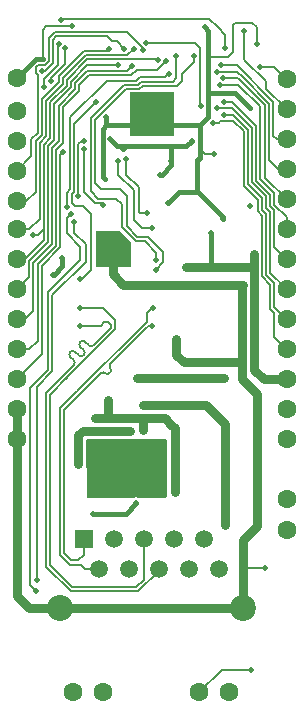
<source format=gbl>
G04 #@! TF.GenerationSoftware,KiCad,Pcbnew,(6.0.9)*
G04 #@! TF.CreationDate,2022-11-21T00:29:48+13:00*
G04 #@! TF.ProjectId,LAN-Module-PoE,4c414e2d-4d6f-4647-956c-652d506f452e,rev?*
G04 #@! TF.SameCoordinates,Original*
G04 #@! TF.FileFunction,Copper,L2,Bot*
G04 #@! TF.FilePolarity,Positive*
%FSLAX46Y46*%
G04 Gerber Fmt 4.6, Leading zero omitted, Abs format (unit mm)*
G04 Created by KiCad (PCBNEW (6.0.9)) date 2022-11-21 00:29:48*
%MOMM*%
%LPD*%
G01*
G04 APERTURE LIST*
G04 #@! TA.AperFunction,ComponentPad*
%ADD10C,1.600000*%
G04 #@! TD*
G04 #@! TA.AperFunction,ComponentPad*
%ADD11R,1.500000X1.500000*%
G04 #@! TD*
G04 #@! TA.AperFunction,ComponentPad*
%ADD12C,1.500000*%
G04 #@! TD*
G04 #@! TA.AperFunction,ComponentPad*
%ADD13C,2.200000*%
G04 #@! TD*
G04 #@! TA.AperFunction,ComponentPad*
%ADD14C,0.500000*%
G04 #@! TD*
G04 #@! TA.AperFunction,SMDPad,CuDef*
%ADD15R,3.700000X3.700000*%
G04 #@! TD*
G04 #@! TA.AperFunction,ViaPad*
%ADD16C,0.500000*%
G04 #@! TD*
G04 #@! TA.AperFunction,Conductor*
%ADD17C,0.800000*%
G04 #@! TD*
G04 #@! TA.AperFunction,Conductor*
%ADD18C,0.400000*%
G04 #@! TD*
G04 #@! TA.AperFunction,Conductor*
%ADD19C,0.200000*%
G04 #@! TD*
G04 #@! TA.AperFunction,Conductor*
%ADD20C,0.250000*%
G04 #@! TD*
G04 APERTURE END LIST*
D10*
G04 #@! TO.P,J20,1,1*
G04 #@! TO.N,/IO32*
X53340000Y-45720000D03*
G04 #@! TD*
G04 #@! TO.P,J10,1,1*
G04 #@! TO.N,/IO4*
X30480000Y-55880000D03*
G04 #@! TD*
G04 #@! TO.P,J23,1,1*
G04 #@! TO.N,/S_VN*
X53340000Y-53340000D03*
G04 #@! TD*
G04 #@! TO.P,J4,1,1*
G04 #@! TO.N,/EN*
X30480000Y-40780000D03*
G04 #@! TD*
G04 #@! TO.P,J7,1,1*
G04 #@! TO.N,/IO16*
X30480000Y-48400000D03*
G04 #@! TD*
G04 #@! TO.P,J25,1,1*
G04 #@! TO.N,/IO37*
X53340000Y-58420000D03*
G04 #@! TD*
G04 #@! TO.P,J27,1,1*
G04 #@! TO.N,GND*
X53340000Y-66040000D03*
G04 #@! TD*
G04 #@! TO.P,J8,1,1*
G04 #@! TO.N,/IO15*
X30480000Y-50800000D03*
G04 #@! TD*
G04 #@! TO.P,J17,1,1*
G04 #@! TO.N,/U0TXD*
X53340000Y-38100000D03*
G04 #@! TD*
G04 #@! TO.P,J26,1,1*
G04 #@! TO.N,/S_VP*
X53340000Y-60960000D03*
G04 #@! TD*
G04 #@! TO.P,J14,1,1*
G04 #@! TO.N,GND*
X30480000Y-66040000D03*
G04 #@! TD*
G04 #@! TO.P,J19,1,1*
G04 #@! TO.N,/IO33*
X53340000Y-43180000D03*
G04 #@! TD*
G04 #@! TO.P,J12,1,1*
G04 #@! TO.N,/IO14*
X30480000Y-60960000D03*
G04 #@! TD*
G04 #@! TO.P,J22,1,1*
G04 #@! TO.N,/IO34*
X53340000Y-50800000D03*
G04 #@! TD*
G04 #@! TO.P,J29,1,1*
G04 #@! TO.N,/VIN_NEG*
X53340000Y-76260000D03*
G04 #@! TD*
G04 #@! TO.P,J3,1,1*
G04 #@! TO.N,GND*
X30480000Y-38010000D03*
G04 #@! TD*
G04 #@! TO.P,J16,1,1*
G04 #@! TO.N,GND*
X30480000Y-68580000D03*
G04 #@! TD*
G04 #@! TO.P,J24,1,1*
G04 #@! TO.N,/IO38*
X53340000Y-55880000D03*
G04 #@! TD*
G04 #@! TO.P,J13,1,1*
G04 #@! TO.N,/IO5*
X30480000Y-63500000D03*
G04 #@! TD*
G04 #@! TO.P,J5,1,1*
G04 #@! TO.N,/BOOT*
X30480000Y-43320000D03*
G04 #@! TD*
D11*
G04 #@! TO.P,J1,1,RD+*
G04 #@! TO.N,/MDI1_P*
X36150000Y-77031233D03*
D12*
G04 #@! TO.P,J1,2,RD-*
G04 #@! TO.N,/MDI1_N*
X37420000Y-79571233D03*
G04 #@! TO.P,J1,3,RCT*
G04 #@! TO.N,/MDI0_CT*
X38690000Y-77031233D03*
G04 #@! TO.P,J1,4,TCT*
X39960000Y-79571233D03*
G04 #@! TO.P,J1,5,TD+*
G04 #@! TO.N,/MDI0_P*
X41230000Y-77031233D03*
G04 #@! TO.P,J1,6,TD-*
G04 #@! TO.N,/MDI0_N*
X42500000Y-79571233D03*
G04 #@! TO.P,J1,7*
G04 #@! TO.N,N/C*
X43770000Y-77031233D03*
G04 #@! TO.P,J1,8*
X45040000Y-79571233D03*
G04 #@! TO.P,J1,9,V+*
G04 #@! TO.N,/12V*
X46310000Y-77031233D03*
G04 #@! TO.P,J1,10,V-*
G04 #@! TO.N,/POE_NEG*
X47580000Y-79571233D03*
D10*
G04 #@! TO.P,J1,11,LEDG_A*
G04 #@! TO.N,/ETH_LED0*
X35235000Y-90001233D03*
G04 #@! TO.P,J1,12,LEDG_K*
G04 #@! TO.N,GND*
X37775000Y-90001233D03*
G04 #@! TO.P,J1,13,LEDY_A*
G04 #@! TO.N,/ETH_LED1*
X45955000Y-90001233D03*
G04 #@! TO.P,J1,14,LEDY_K*
G04 #@! TO.N,GND*
X48495000Y-90001233D03*
D13*
G04 #@! TO.P,J1,SH,SHIELD*
X34120000Y-82871233D03*
X49610000Y-82871233D03*
G04 #@! TD*
D10*
G04 #@! TO.P,J28,1,1*
G04 #@! TO.N,/12V*
X53340000Y-68580000D03*
G04 #@! TD*
G04 #@! TO.P,J21,1,1*
G04 #@! TO.N,/IO35*
X53340000Y-48260000D03*
G04 #@! TD*
G04 #@! TO.P,J15,1,1*
G04 #@! TO.N,+3V3*
X53340000Y-63500000D03*
G04 #@! TD*
G04 #@! TO.P,J6,1,1*
G04 #@! TO.N,/IO13*
X30480000Y-45860000D03*
G04 #@! TD*
D14*
G04 #@! TO.P,U1,49,GND*
G04 #@! TO.N,GND*
X41441667Y-40475000D03*
X43575000Y-41541666D03*
X42508333Y-40475000D03*
X40375000Y-41541666D03*
X40375000Y-40475000D03*
X42508333Y-41541666D03*
X41441667Y-39408333D03*
X42508333Y-42608333D03*
X41441667Y-42608333D03*
X43575000Y-39408333D03*
X42508333Y-39408333D03*
X40375000Y-42608333D03*
X41441667Y-41541666D03*
X43575000Y-42608333D03*
D15*
X41975000Y-41008333D03*
D14*
X40375000Y-39408333D03*
X43575000Y-40475000D03*
G04 #@! TD*
D10*
G04 #@! TO.P,J2,1,1*
G04 #@! TO.N,/12V*
X53340000Y-73660000D03*
G04 #@! TD*
G04 #@! TO.P,J18,1,1*
G04 #@! TO.N,/U0RXD*
X53340000Y-40640000D03*
G04 #@! TD*
G04 #@! TO.P,J9,1,1*
G04 #@! TO.N,/IO12*
X30480000Y-53340000D03*
G04 #@! TD*
G04 #@! TO.P,J11,1,1*
G04 #@! TO.N,/IO2*
X30480000Y-58420000D03*
G04 #@! TD*
D16*
G04 #@! TO.N,GND*
X49600000Y-58700000D03*
X49600000Y-60500000D03*
G04 #@! TO.N,/VSS*
X43900000Y-72200000D03*
G04 #@! TO.N,/12V*
X40600000Y-74000000D03*
G04 #@! TO.N,GND*
X45686214Y-55497098D03*
X46903200Y-55674500D03*
X44000000Y-60100000D03*
G04 #@! TO.N,+3V3*
X50600000Y-55500000D03*
X50590000Y-52900000D03*
X46900000Y-51100000D03*
G04 #@! TO.N,GND*
X39700000Y-52400000D03*
X38600000Y-51300000D03*
X37500000Y-51300000D03*
X37500000Y-52400000D03*
X38600000Y-52400000D03*
X39700000Y-53600000D03*
X38600000Y-53600000D03*
G04 #@! TO.N,/ETH_CRS_DV*
X34700000Y-48900000D03*
G04 #@! TO.N,/LAN_3P3V*
X34345000Y-53200000D03*
G04 #@! TO.N,/VIN_NEG*
X41200000Y-65700000D03*
G04 #@! TO.N,/12V*
X48000000Y-63400000D03*
X40700000Y-63400000D03*
X36944002Y-74875000D03*
G04 #@! TO.N,/VSS*
X37600000Y-66800000D03*
G04 #@! TO.N,/VIN_NEG*
X40050000Y-67831233D03*
G04 #@! TO.N,/VSS*
X41200000Y-67800000D03*
X38200000Y-65200000D03*
G04 #@! TO.N,GND*
X49600000Y-57600000D03*
X35200000Y-33597987D03*
X50700000Y-64600000D03*
X51500000Y-79500000D03*
X38075000Y-41275000D03*
X50800000Y-70100000D03*
X50800000Y-35100000D03*
X45775000Y-47575000D03*
X32675000Y-36375000D03*
X47925000Y-49925000D03*
X46400000Y-33700000D03*
X50200000Y-48800000D03*
X47149500Y-44400000D03*
X43325000Y-48525000D03*
X37925000Y-46500000D03*
X30480000Y-77980000D03*
X37470000Y-53600000D03*
X50200000Y-40500000D03*
G04 #@! TO.N,/EN*
X41427337Y-35000000D03*
X46075000Y-40333833D03*
G04 #@! TO.N,/ETH_MDC*
X36200000Y-43998043D03*
X37800000Y-48700000D03*
G04 #@! TO.N,/S_VP*
X47075000Y-41775000D03*
G04 #@! TO.N,/S_VN*
X48075000Y-39975000D03*
G04 #@! TO.N,/IO34*
X47683579Y-38536672D03*
G04 #@! TO.N,/ETH_TXD1*
X39775000Y-44875000D03*
X41500000Y-49400000D03*
G04 #@! TO.N,/IO35*
X47975450Y-37956444D03*
G04 #@! TO.N,/IO32*
X47465834Y-37456944D03*
G04 #@! TO.N,/ETH_CRS_DV*
X43349500Y-37600000D03*
G04 #@! TO.N,+3V3*
X42600000Y-46169609D03*
X43575000Y-44975000D03*
X39475000Y-43975000D03*
X38375000Y-43175000D03*
X45283333Y-43283333D03*
X44795000Y-53975000D03*
G04 #@! TO.N,/IO33*
X47800000Y-36900000D03*
G04 #@! TO.N,/U0RXD*
X49700000Y-34000000D03*
G04 #@! TO.N,Net-(R4-Pad2)*
X34200000Y-33100000D03*
X34024500Y-35100000D03*
X48100000Y-35400000D03*
X32800000Y-38700000D03*
G04 #@! TO.N,/ETH_TXD0*
X39075000Y-44975000D03*
X41970000Y-50700000D03*
G04 #@! TO.N,/ETH_MDIO*
X36171800Y-43271800D03*
X35700000Y-48000000D03*
G04 #@! TO.N,/BOOT*
X39600000Y-35500000D03*
X32649500Y-37390450D03*
G04 #@! TO.N,/IO14*
X43123419Y-36502033D03*
G04 #@! TO.N,/IO12*
X42474500Y-36474500D03*
X31900000Y-51300000D03*
G04 #@! TO.N,/IO13*
X41197209Y-35607367D03*
G04 #@! TO.N,/U0TXD*
X51053200Y-37046800D03*
G04 #@! TO.N,/RTL_LED1*
X35370000Y-50200000D03*
X32200000Y-80500000D03*
G04 #@! TO.N,/RTL_LED0*
X35092708Y-49472249D03*
X32100000Y-81400000D03*
G04 #@! TO.N,/MDI0_P*
X35820000Y-57450000D03*
G04 #@! TO.N,/MDI0_N*
X35851222Y-58950000D03*
G04 #@! TO.N,/ETH_LED1*
X50300000Y-88100000D03*
G04 #@! TO.N,/MDI1_P*
X41970878Y-58950000D03*
G04 #@! TO.N,/MDI1_N*
X42020000Y-57450000D03*
G04 #@! TO.N,/IO15*
X40400000Y-35499500D03*
G04 #@! TO.N,/IO2*
X40276617Y-36953233D03*
G04 #@! TO.N,/IO4*
X39075500Y-36900000D03*
G04 #@! TO.N,/IO16*
X38300000Y-35500000D03*
G04 #@! TO.N,/IO5*
X34425000Y-44225000D03*
G04 #@! TO.N,/IO37*
X48075000Y-41074000D03*
G04 #@! TO.N,/IO38*
X47475000Y-40524500D03*
G04 #@! TO.N,Net-(R22-Pad2)*
X34600446Y-35400233D03*
X33400000Y-38200000D03*
G04 #@! TO.N,/LAN_3P3V*
X33570000Y-54700000D03*
G04 #@! TO.N,/VIN_NEG*
X48100000Y-75800000D03*
X35650000Y-70631233D03*
G04 #@! TO.N,/POE_NEG*
X39370000Y-69800000D03*
X39370000Y-71400000D03*
X38500000Y-70606233D03*
X38520000Y-71400000D03*
X37570000Y-70600000D03*
X37570000Y-69800000D03*
X37570000Y-71400000D03*
X39370000Y-70600000D03*
X38470000Y-69800000D03*
G04 #@! TO.N,/RXD0*
X45500000Y-36100000D03*
X42270000Y-54200000D03*
G04 #@! TO.N,/RXD1*
X42270000Y-53400000D03*
X44000000Y-36100000D03*
G04 #@! TO.N,Net-(R32-Pad2)*
X35833556Y-54963556D03*
X37200000Y-40000000D03*
G04 #@! TD*
D17*
G04 #@! TO.N,GND*
X50700000Y-64600000D02*
X49580000Y-63480000D01*
X49580000Y-63480000D02*
X49580000Y-62031233D01*
X50800000Y-64700000D02*
X50800000Y-70100000D01*
X50700000Y-64600000D02*
X50800000Y-64700000D01*
D18*
G04 #@! TO.N,/12V*
X39725000Y-74875000D02*
X36944002Y-74875000D01*
X40600000Y-74000000D02*
X39725000Y-74875000D01*
D17*
G04 #@! TO.N,/VSS*
X43880000Y-67631233D02*
X43880000Y-73031233D01*
D19*
G04 #@! TO.N,GND*
X46400000Y-44400000D02*
X45975000Y-43975000D01*
X47149500Y-44400000D02*
X46400000Y-44400000D01*
D17*
G04 #@! TO.N,+3V3*
X50375000Y-53975000D02*
X50400000Y-54000000D01*
X46825000Y-53975000D02*
X50375000Y-53975000D01*
G04 #@! TO.N,GND*
X49560000Y-55500000D02*
X49580000Y-55520000D01*
X47700000Y-55500000D02*
X49560000Y-55500000D01*
D18*
X45750000Y-47600000D02*
X45775000Y-47575000D01*
X44250000Y-47600000D02*
X45750000Y-47600000D01*
X43325000Y-48525000D02*
X44250000Y-47600000D01*
X45775000Y-47575000D02*
X45775000Y-44925000D01*
X45975000Y-43975000D02*
X45975000Y-44725000D01*
X45775000Y-44925000D02*
X45975000Y-44725000D01*
X47925000Y-49725000D02*
X45775000Y-47575000D01*
X47925000Y-49925000D02*
X47925000Y-49725000D01*
X47000000Y-55577700D02*
X47000000Y-55500000D01*
X46903200Y-55674500D02*
X47000000Y-55577700D01*
G04 #@! TO.N,+3V3*
X46900000Y-51100000D02*
X46900000Y-53900000D01*
X46900000Y-53900000D02*
X46825000Y-53975000D01*
D17*
X44795000Y-53975000D02*
X46825000Y-53975000D01*
G04 #@! TO.N,GND*
X47000000Y-55500000D02*
X47700000Y-55500000D01*
X39500000Y-55500000D02*
X47000000Y-55500000D01*
X44631233Y-62031233D02*
X44000000Y-61400000D01*
X49580000Y-62031233D02*
X44631233Y-62031233D01*
X44000000Y-61400000D02*
X44000000Y-60100000D01*
D18*
X49600000Y-57600000D02*
X49600000Y-57400000D01*
D17*
X49600000Y-55500000D02*
X49580000Y-55520000D01*
X49580000Y-62031233D02*
X49580000Y-55520000D01*
G04 #@! TO.N,+3V3*
X50590000Y-55019187D02*
X50590000Y-52900000D01*
X50580000Y-55029187D02*
X50590000Y-55019187D01*
X50580000Y-55029187D02*
X50580000Y-60820000D01*
G04 #@! TO.N,GND*
X38600000Y-53600000D02*
X38600000Y-54600000D01*
X38600000Y-54600000D02*
X39500000Y-55500000D01*
D19*
G04 #@! TO.N,/RXD1*
X42270000Y-52767487D02*
X42270000Y-53400000D01*
X41302513Y-51800000D02*
X42270000Y-52767487D01*
X40600000Y-51800000D02*
X41302513Y-51800000D01*
X39400000Y-50600000D02*
X40600000Y-51800000D01*
X39400000Y-48686493D02*
X39400000Y-50600000D01*
X38913507Y-48200000D02*
X39400000Y-48686493D01*
X37400000Y-48200000D02*
X38913507Y-48200000D01*
X36750000Y-47550001D02*
X37400000Y-48200000D01*
X39597275Y-38550644D02*
X36750000Y-41397919D01*
X36750000Y-41397919D02*
X36750000Y-47550001D01*
X40991665Y-38286640D02*
X40727662Y-38550644D01*
X40727662Y-38550644D02*
X39597275Y-38550644D01*
X43713860Y-38286640D02*
X40991665Y-38286640D01*
X44000000Y-38000500D02*
X43713860Y-38286640D01*
X44000000Y-36100000D02*
X44000000Y-38000500D01*
G04 #@! TO.N,/RXD0*
X42900000Y-53570000D02*
X42270000Y-54200000D01*
X42900000Y-52700000D02*
X42900000Y-53570000D01*
X41600000Y-51400000D02*
X42900000Y-52700000D01*
X40700000Y-51400000D02*
X41600000Y-51400000D01*
X39800000Y-50500000D02*
X40700000Y-51400000D01*
X39800000Y-48000000D02*
X39800000Y-50500000D01*
X37100000Y-41542893D02*
X37100000Y-46900000D01*
X37968862Y-40674031D02*
X37100000Y-41542893D01*
X37100000Y-46900000D02*
X37600000Y-47400000D01*
X37600000Y-47400000D02*
X39200000Y-47400000D01*
X39200000Y-47400000D02*
X39800000Y-48000000D01*
X37975969Y-40674031D02*
X37968862Y-40674031D01*
X40872636Y-38900644D02*
X39749356Y-38900644D01*
X41136640Y-38636640D02*
X40872636Y-38900644D01*
X39749356Y-38900644D02*
X37975969Y-40674031D01*
G04 #@! TO.N,/ETH_MDC*
X36200000Y-47629193D02*
X36200000Y-43998043D01*
X37120807Y-48550000D02*
X36200000Y-47629193D01*
X37800000Y-48700000D02*
X37650000Y-48550000D01*
X37650000Y-48550000D02*
X37120807Y-48550000D01*
G04 #@! TO.N,/ETH_TXD1*
X40900000Y-49400000D02*
X41500000Y-49400000D01*
X40800000Y-49300000D02*
X40900000Y-49400000D01*
X40800000Y-47200000D02*
X40800000Y-49300000D01*
G04 #@! TO.N,/ETH_TXD0*
X40400000Y-50000000D02*
X41100000Y-50700000D01*
X41100000Y-50700000D02*
X41970000Y-50700000D01*
X40400000Y-47500000D02*
X40400000Y-50000000D01*
X39075000Y-46175000D02*
X40400000Y-47500000D01*
X39075000Y-44975000D02*
X39075000Y-46175000D01*
G04 #@! TO.N,Net-(R32-Pad2)*
X36800000Y-49500000D02*
X36100000Y-48800000D01*
X36036444Y-54963556D02*
X36800000Y-54200000D01*
X36800000Y-54200000D02*
X36800000Y-49500000D01*
X35833556Y-54963556D02*
X36036444Y-54963556D01*
X36100000Y-48800000D02*
X35400000Y-48800000D01*
G04 #@! TO.N,/RTL_LED1*
X35370000Y-50200000D02*
X35370000Y-51070000D01*
X35370000Y-51070000D02*
X36318198Y-52018198D01*
X36318198Y-52018198D02*
X36318198Y-53518198D01*
X36318198Y-53518198D02*
X33500000Y-56336396D01*
G04 #@! TO.N,/RTL_LED0*
X34700000Y-49864957D02*
X35092708Y-49472249D01*
X35870000Y-52270000D02*
X34700000Y-51100000D01*
X34700000Y-51100000D02*
X34700000Y-49864957D01*
X35870000Y-53366396D02*
X35870000Y-52270000D01*
X33131951Y-56104445D02*
X35870000Y-53366396D01*
X33131951Y-62673075D02*
X33131951Y-56104445D01*
X31600000Y-64205026D02*
X33131951Y-62673075D01*
X32100000Y-81400000D02*
X31600000Y-80900000D01*
X31600000Y-80900000D02*
X31600000Y-64205026D01*
G04 #@! TO.N,/ETH_CRS_DV*
X43049500Y-37900000D02*
X43349500Y-37600000D01*
X40883330Y-37900000D02*
X43049500Y-37900000D01*
X40582686Y-38200644D02*
X40883330Y-37900000D01*
X35000000Y-47400000D02*
X35000000Y-41300000D01*
X38099356Y-38200644D02*
X40582686Y-38200644D01*
X34700000Y-47700000D02*
X35000000Y-47400000D01*
X35000000Y-41300000D02*
X38099356Y-38200644D01*
X34700000Y-48900000D02*
X34700000Y-47700000D01*
G04 #@! TO.N,/IO12*
X31900000Y-51300000D02*
X32250000Y-51300000D01*
X32250000Y-51300000D02*
X32775000Y-50775000D01*
D18*
G04 #@! TO.N,/LAN_3P3V*
X34345000Y-53905000D02*
X34345000Y-53200000D01*
X33600000Y-54650000D02*
X34345000Y-53905000D01*
D19*
G04 #@! TO.N,/RTL_LED1*
X32200000Y-64100000D02*
X32200000Y-80500000D01*
X33500000Y-62800000D02*
X32200000Y-64100000D01*
X33500000Y-56336396D02*
X33500000Y-62800000D01*
D17*
G04 #@! TO.N,/VSS*
X38200000Y-66500000D02*
X37918767Y-66781233D01*
X38200000Y-65200000D02*
X38200000Y-66500000D01*
X37080000Y-66781233D02*
X37918767Y-66781233D01*
X37918767Y-66781233D02*
X40030000Y-66781233D01*
X41200000Y-66800000D02*
X41181233Y-66781233D01*
X41200000Y-67800000D02*
X41200000Y-66800000D01*
G04 #@! TO.N,/VIN_NEG*
X44000000Y-65700000D02*
X41200000Y-65700000D01*
G04 #@! TO.N,/12V*
X40700000Y-63400000D02*
X48000000Y-63400000D01*
D19*
G04 #@! TO.N,/MDI1_N*
X41950000Y-57450000D02*
X42020000Y-57450000D01*
X41500000Y-57900000D02*
X41950000Y-57450000D01*
X41500000Y-58598876D02*
X41500000Y-57900000D01*
X35599438Y-64499438D02*
X41500000Y-58598876D01*
G04 #@! TO.N,/MDI1_P*
X41650000Y-58950000D02*
X41970878Y-58950000D01*
X41500000Y-59100000D02*
X41650000Y-58950000D01*
X41498878Y-59100000D02*
X41500000Y-59100000D01*
X38399439Y-62199439D02*
X41498878Y-59100000D01*
X38399439Y-62547860D02*
X38399439Y-62547859D01*
X37975176Y-62972124D02*
X37975176Y-62972125D01*
X35949439Y-64649439D02*
X37626758Y-62972124D01*
X38399390Y-62199390D02*
G75*
G03*
X38399439Y-62547859I174210J-174210D01*
G01*
X38323594Y-62972125D02*
X38399440Y-62896278D01*
X38399408Y-62547891D02*
G75*
G02*
X38399439Y-62896278I-174208J-174209D01*
G01*
X38323594Y-62972125D02*
G75*
G02*
X37975176Y-62972125I-174209J174211D01*
G01*
X38399440Y-62896278D02*
X38399439Y-62896278D01*
X37975176Y-62972124D02*
G75*
G03*
X37626758Y-62972124I-174209J-174211D01*
G01*
G04 #@! TO.N,/MDI0_P*
X37808877Y-57450000D02*
X35820000Y-57450000D01*
X38828877Y-58470000D02*
X37808877Y-57450000D01*
X38828877Y-59270000D02*
X38828877Y-58470000D01*
X34849439Y-63249439D02*
X38828877Y-59270000D01*
G04 #@! TO.N,/MDI0_N*
X37880000Y-58670000D02*
X37600000Y-58950000D01*
X38228877Y-58670000D02*
X37880000Y-58670000D01*
X38478877Y-58920000D02*
X38228877Y-58670000D01*
X38478877Y-59125026D02*
X38478877Y-58920000D01*
X37283903Y-60320000D02*
X38478877Y-59125026D01*
X37278877Y-60320000D02*
X37283903Y-60320000D01*
X36999438Y-60599438D02*
X37278877Y-60320000D01*
X36575173Y-60599438D02*
X36575172Y-60599438D01*
X36292330Y-60316595D02*
X36575173Y-60599438D01*
X36150908Y-61023701D02*
X35868066Y-60740859D01*
X36150909Y-61447967D02*
X36150908Y-61447965D01*
X35726644Y-61447967D02*
X35726643Y-61447967D01*
X35443801Y-61165124D02*
X35726644Y-61447967D01*
X35302379Y-61872230D02*
X35019537Y-61589388D01*
X34549438Y-63049438D02*
X35302379Y-62296494D01*
X36292329Y-60316596D02*
G75*
G03*
X35868067Y-60316596I-212131J-212131D01*
G01*
X36999438Y-60599438D02*
G75*
G02*
X36575172Y-60599438I-212133J212134D01*
G01*
X37600000Y-58950000D02*
X35851222Y-58950000D01*
X36150941Y-61023668D02*
G75*
G02*
X36150908Y-61447965I-212141J-212132D01*
G01*
X35868039Y-60316568D02*
G75*
G03*
X35868066Y-60740859I212161J-212132D01*
G01*
X35019582Y-61165169D02*
G75*
G03*
X35019538Y-61589387I212118J-212131D01*
G01*
X36150909Y-61447967D02*
G75*
G02*
X35726643Y-61447967I-212133J212134D01*
G01*
X35302341Y-61872268D02*
G75*
G02*
X35302379Y-62296494I-212141J-212132D01*
G01*
X35443800Y-61165125D02*
G75*
G03*
X35019538Y-61165125I-212131J-212131D01*
G01*
G04 #@! TO.N,/VSS*
X38200000Y-65200000D02*
X38200000Y-65661233D01*
D20*
G04 #@! TO.N,/VIN_NEG*
X43900000Y-65600000D02*
X44000000Y-65700000D01*
D17*
G04 #@! TO.N,/VSS*
X41181233Y-66781233D02*
X43043534Y-66781233D01*
X40030000Y-66781233D02*
X41181233Y-66781233D01*
D19*
G04 #@! TO.N,/VIN_NEG*
X40031233Y-67831233D02*
X40000000Y-67800000D01*
X40080000Y-67831233D02*
X40031233Y-67831233D01*
D18*
G04 #@! TO.N,GND*
X46675000Y-36225000D02*
X46675000Y-39275000D01*
D17*
X50800000Y-75900000D02*
X49610000Y-77090000D01*
D19*
X50800000Y-33700000D02*
X50400000Y-33300000D01*
X32675000Y-33925000D02*
X33000000Y-33600000D01*
D18*
X50200000Y-40500000D02*
X48975000Y-39275000D01*
D19*
X50400000Y-33300000D02*
X49000000Y-33300000D01*
D18*
X32675000Y-36375000D02*
X32115000Y-36375000D01*
X46675000Y-39275000D02*
X46675000Y-41275000D01*
D19*
X50800000Y-35100000D02*
X50800000Y-33700000D01*
D18*
X46400000Y-33700000D02*
X46675000Y-33975000D01*
X45975000Y-43975000D02*
X45975000Y-41975000D01*
D17*
X49610000Y-77090000D02*
X49610000Y-79410000D01*
X50800000Y-70100000D02*
X50800000Y-75900000D01*
D19*
X48375000Y-36225000D02*
X46675000Y-36225000D01*
D18*
X46675000Y-41275000D02*
X45975000Y-41975000D01*
D17*
X49610000Y-82871233D02*
X49610000Y-79410000D01*
X30480000Y-66040000D02*
X30480000Y-81822466D01*
D18*
X46675000Y-33975000D02*
X46675000Y-36225000D01*
X48975000Y-39275000D02*
X46675000Y-39275000D01*
D17*
X30480000Y-81822466D02*
X31528767Y-82871233D01*
D18*
X45975000Y-41975000D02*
X44675000Y-41975000D01*
X38075000Y-41975000D02*
X38075000Y-41275000D01*
X37775000Y-46350000D02*
X37775000Y-42275000D01*
D17*
X34120000Y-82871233D02*
X31528767Y-82871233D01*
D19*
X48800000Y-35800000D02*
X48375000Y-36225000D01*
X49700000Y-79500000D02*
X49610000Y-79410000D01*
D17*
X49610000Y-82871233D02*
X34120000Y-82871233D01*
D19*
X48800000Y-33500000D02*
X48800000Y-35800000D01*
X51500000Y-79500000D02*
X49700000Y-79500000D01*
D18*
X44675000Y-41975000D02*
X43075000Y-41975000D01*
X37775000Y-42275000D02*
X38075000Y-41975000D01*
D19*
X42375480Y-40874520D02*
X41424511Y-41825489D01*
D18*
X32115000Y-36375000D02*
X30480000Y-38010000D01*
X37925000Y-46500000D02*
X37775000Y-46350000D01*
X38075000Y-41975000D02*
X40875000Y-41975000D01*
D19*
X49000000Y-33300000D02*
X48800000Y-33500000D01*
X35197987Y-33600000D02*
X35200000Y-33597987D01*
X32675000Y-36375000D02*
X32675000Y-33925000D01*
X33000000Y-33600000D02*
X35197987Y-33600000D01*
X41824031Y-42025969D02*
X42575960Y-41274040D01*
G04 #@! TO.N,/EN*
X46000000Y-35400000D02*
X46000000Y-40258833D01*
X31229520Y-40750480D02*
X30729520Y-41250480D01*
X46000000Y-40258833D02*
X46075000Y-40333833D01*
X45600000Y-35000000D02*
X46000000Y-35400000D01*
X41427337Y-35000000D02*
X45600000Y-35000000D01*
G04 #@! TO.N,/S_VP*
X51240000Y-49624824D02*
X51240000Y-54769948D01*
X51940000Y-57514974D02*
X52290000Y-57864974D01*
X52290000Y-59910000D02*
X53340000Y-60960000D01*
X51240000Y-54769948D02*
X51940000Y-55469948D01*
X48823511Y-41623511D02*
X49700000Y-42500000D01*
X49700000Y-47094873D02*
X50890000Y-48284871D01*
X50890000Y-49274825D02*
X51240000Y-49624824D01*
X49700000Y-42500000D02*
X49700000Y-47094873D01*
X47572022Y-41775000D02*
X47723511Y-41623511D01*
X47723511Y-41623511D02*
X48823511Y-41623511D01*
X52290000Y-57864974D02*
X52290000Y-59910000D01*
X51940000Y-55469948D02*
X51940000Y-57514974D01*
X47075000Y-41775000D02*
X47572022Y-41775000D01*
X50890000Y-48284871D02*
X50890000Y-49274825D01*
G04 #@! TO.N,/S_VN*
X51940000Y-47849948D02*
X51940000Y-48839900D01*
X50750000Y-46659949D02*
X51940000Y-47849948D01*
X52290000Y-52290000D02*
X53340000Y-53340000D01*
X50750000Y-42055026D02*
X50750000Y-46659949D01*
X51940000Y-48839900D02*
X52290000Y-49189899D01*
X52290000Y-49189899D02*
X52290000Y-52290000D01*
X48075000Y-39975000D02*
X48669974Y-39975000D01*
X48669974Y-39975000D02*
X50750000Y-42055026D01*
G04 #@! TO.N,/IO34*
X52290000Y-47704974D02*
X51100000Y-46514974D01*
X53340000Y-50800000D02*
X53340000Y-49744925D01*
X49246724Y-38536672D02*
X47683579Y-38536672D01*
X51100000Y-46514974D02*
X51100000Y-40389948D01*
X51100000Y-40389948D02*
X49246724Y-38536672D01*
X53340000Y-49744925D02*
X52290000Y-48694925D01*
X52290000Y-48694925D02*
X52290000Y-47704974D01*
G04 #@! TO.N,/ETH_TXD1*
X39775000Y-46175000D02*
X39775000Y-44875000D01*
X40800000Y-47200000D02*
X39775000Y-46175000D01*
G04 #@! TO.N,/IO35*
X49166496Y-37956444D02*
X47975450Y-37956444D01*
X51500000Y-40294974D02*
X49275489Y-38070463D01*
X51500000Y-46420000D02*
X51500000Y-40294974D01*
X49275489Y-38065437D02*
X49166496Y-37956444D01*
X49275489Y-38070463D02*
X49275489Y-38065437D01*
X53340000Y-48260000D02*
X51500000Y-46420000D01*
G04 #@! TO.N,/IO32*
X47465834Y-37456944D02*
X49161970Y-37456944D01*
X52620000Y-45720000D02*
X53340000Y-45720000D01*
X51850000Y-44950000D02*
X52620000Y-45720000D01*
X49625489Y-37925489D02*
X51850000Y-40150000D01*
X49625489Y-37920463D02*
X49625489Y-37925489D01*
X49161970Y-37456944D02*
X49625489Y-37920463D01*
X51850000Y-40150000D02*
X51850000Y-44950000D01*
D17*
G04 #@! TO.N,+3V3*
X50580000Y-62680000D02*
X51400000Y-63500000D01*
X50580000Y-59881733D02*
X50580000Y-60420000D01*
D18*
X43575000Y-45375000D02*
X43575000Y-44975000D01*
X43575000Y-44975000D02*
X43575000Y-43875000D01*
X42780391Y-46169609D02*
X43575000Y-45375000D01*
D19*
X45283333Y-43283333D02*
X44891666Y-43675000D01*
D18*
X38975000Y-43775000D02*
X38375000Y-43175000D01*
X44791666Y-43775000D02*
X43675000Y-43775000D01*
X45283333Y-43283333D02*
X44791666Y-43775000D01*
D17*
X50580000Y-60820000D02*
X50580000Y-62680000D01*
D19*
X44891666Y-43675000D02*
X44075000Y-43675000D01*
D18*
X42600000Y-46169609D02*
X42780391Y-46169609D01*
X43575000Y-43875000D02*
X43675000Y-43775000D01*
X43675000Y-43775000D02*
X39675000Y-43775000D01*
D19*
X44075000Y-43675000D02*
X42575000Y-43675000D01*
D17*
X50580000Y-60420000D02*
X50580000Y-60820000D01*
X51400000Y-63500000D02*
X53340000Y-63500000D01*
D18*
X39675000Y-43775000D02*
X38975000Y-43775000D01*
X39675000Y-43775000D02*
X39475000Y-43975000D01*
D19*
G04 #@! TO.N,/IO33*
X52200000Y-40000000D02*
X52200000Y-42900000D01*
X52200000Y-42900000D02*
X52480000Y-43180000D01*
X49100000Y-36900000D02*
X52200000Y-40000000D01*
X52480000Y-43180000D02*
X53340000Y-43180000D01*
X47800000Y-36900000D02*
X49100000Y-36900000D01*
G04 #@! TO.N,/U0RXD*
X49703200Y-36403200D02*
X49850000Y-36550000D01*
X49700000Y-36400000D02*
X49700000Y-34000000D01*
X51575000Y-38275000D02*
X51575000Y-38875000D01*
X49850000Y-36550000D02*
X49700000Y-36400000D01*
X49850000Y-36550000D02*
X51575000Y-38275000D01*
X51575000Y-38875000D02*
X53340000Y-40640000D01*
X52740000Y-40640000D02*
X53340000Y-40640000D01*
G04 #@! TO.N,Net-(R4-Pad2)*
X47500000Y-33700000D02*
X46800000Y-33000000D01*
X33992590Y-36892590D02*
X32800000Y-38085180D01*
X48100000Y-34300000D02*
X48100000Y-35400000D01*
X32800000Y-38085180D02*
X32800000Y-38700000D01*
X47500000Y-33700000D02*
X48100000Y-34300000D01*
X46800000Y-33000000D02*
X34300000Y-33000000D01*
X34024500Y-35100000D02*
X33992590Y-35131910D01*
X34300000Y-33000000D02*
X34200000Y-33100000D01*
X33992590Y-35131910D02*
X33992590Y-36892590D01*
G04 #@! TO.N,/ETH_MDIO*
X35700000Y-48000000D02*
X35700000Y-43605150D01*
X35700000Y-43605150D02*
X36033350Y-43271800D01*
X36033350Y-43271800D02*
X36171800Y-43271800D01*
G04 #@! TO.N,/BOOT*
X32649500Y-37390450D02*
X32861631Y-37390450D01*
X38152513Y-34447487D02*
X38555026Y-34850000D01*
X33525000Y-36727081D02*
X33525000Y-34769974D01*
X38555026Y-34850000D02*
X38950000Y-34850000D01*
X33525000Y-34769974D02*
X33847487Y-34447487D01*
X38950000Y-34850000D02*
X39600000Y-35500000D01*
X33847487Y-34447487D02*
X38152513Y-34447487D01*
X32861631Y-37390450D02*
X33525000Y-36727081D01*
G04 #@! TO.N,/IO14*
X33825000Y-52175000D02*
X32250000Y-53750000D01*
X31540000Y-60960000D02*
X30480000Y-60960000D01*
X40186957Y-37750000D02*
X36600000Y-37750000D01*
X40636957Y-37300000D02*
X40186957Y-37750000D01*
X33886436Y-43986436D02*
X33825000Y-44047872D01*
X34086436Y-43786436D02*
X33886436Y-43986436D01*
X34375480Y-43497393D02*
X34086436Y-43786436D01*
X32250000Y-60250000D02*
X31540000Y-60960000D01*
X35775000Y-39072055D02*
X34375480Y-40471575D01*
X42356107Y-37300000D02*
X40636957Y-37300000D01*
X42974500Y-36650952D02*
X42974500Y-36681607D01*
X43123419Y-36502033D02*
X42974500Y-36650952D01*
X33825000Y-44047872D02*
X34086436Y-43786436D01*
X42974500Y-36681607D02*
X42356107Y-37300000D01*
X33825000Y-44047872D02*
X33825000Y-52175000D01*
X35775000Y-38575000D02*
X35775000Y-39072055D01*
X36600000Y-37750000D02*
X35775000Y-38575000D01*
X34375480Y-40471575D02*
X34375480Y-43497393D01*
X32250000Y-53750000D02*
X32250000Y-60250000D01*
G04 #@! TO.N,/IO12*
X36465577Y-36399500D02*
X42399500Y-36399500D01*
X31200000Y-53340000D02*
X30480000Y-53340000D01*
X34725000Y-38637133D02*
X34725000Y-38140077D01*
X32775000Y-43612950D02*
X33325480Y-43062470D01*
X31200000Y-53305026D02*
X31200000Y-53340000D01*
X34725000Y-38140077D02*
X36465577Y-36399500D01*
X32775000Y-50775000D02*
X32775000Y-43612950D01*
X32775000Y-51730026D02*
X31200000Y-53305026D01*
X32775000Y-50775000D02*
X32775000Y-51730026D01*
X33325480Y-40036653D02*
X34725000Y-38637133D01*
X42399500Y-36399500D02*
X42474500Y-36474500D01*
X33325480Y-43062470D02*
X33325480Y-40036653D01*
G04 #@! TO.N,/IO13*
X32275480Y-42627548D02*
X32275480Y-37723537D01*
X41197209Y-35607367D02*
X41197209Y-35497209D01*
X31725000Y-44615000D02*
X31725000Y-43178028D01*
X39797487Y-34097487D02*
X41000000Y-35300000D01*
X41197209Y-35497209D02*
X41000000Y-35300000D01*
X30480000Y-45860000D02*
X31725000Y-44615000D01*
X41000000Y-35300000D02*
X41300000Y-35600000D01*
X32149500Y-37597557D02*
X32149500Y-37050500D01*
X32275480Y-37723537D02*
X32149500Y-37597557D01*
X32149500Y-37050500D02*
X32325000Y-36875000D01*
X31725000Y-43178028D02*
X32275480Y-42627548D01*
X32325000Y-36875000D02*
X32882107Y-36875000D01*
X33175000Y-34625000D02*
X33702513Y-34097487D01*
X33175000Y-36582107D02*
X33175000Y-34625000D01*
X32882107Y-36875000D02*
X33175000Y-36582107D01*
X33702513Y-34097487D02*
X39797487Y-34097487D01*
G04 #@! TO.N,/U0TXD*
X51053200Y-37046800D02*
X52286800Y-37046800D01*
X52286800Y-37046800D02*
X53340000Y-38100000D01*
G04 #@! TO.N,/MDI0_P*
X40600000Y-81100000D02*
X35200000Y-81100000D01*
X33300000Y-79200000D02*
X33300000Y-64793851D01*
X34849439Y-63249439D02*
X34672891Y-63425986D01*
X34844412Y-63249439D02*
X34849439Y-63249439D01*
X41230000Y-80470000D02*
X40600000Y-81100000D01*
X35200000Y-81100000D02*
X33300000Y-79200000D01*
X41230000Y-77031233D02*
X41230000Y-80470000D01*
X33300000Y-64793851D02*
X34844412Y-63249439D01*
G04 #@! TO.N,/MDI0_N*
X32950000Y-64648876D02*
X34549438Y-63049438D01*
X42500000Y-79571233D02*
X42500000Y-79694974D01*
X42500000Y-79694974D02*
X40744974Y-81450000D01*
X34549438Y-63049438D02*
X34322891Y-63275986D01*
X40744974Y-81450000D02*
X35050000Y-81450000D01*
X35050000Y-81450000D02*
X32950000Y-79350000D01*
X32950000Y-79350000D02*
X32950000Y-64648876D01*
G04 #@! TO.N,/ETH_LED1*
X50300000Y-88100000D02*
X47856233Y-88100000D01*
X47856233Y-88100000D02*
X45955000Y-90001233D01*
G04 #@! TO.N,/MDI1_P*
X35100000Y-78800000D02*
X34500000Y-78200000D01*
X35949439Y-64649439D02*
X35878877Y-64720000D01*
X36150000Y-77031233D02*
X36150000Y-78350000D01*
X36150000Y-78350000D02*
X35700000Y-78800000D01*
X34500000Y-78200000D02*
X34500000Y-66098878D01*
X35700000Y-78800000D02*
X35100000Y-78800000D01*
X34500000Y-66098878D02*
X35949439Y-64649439D01*
G04 #@! TO.N,/MDI1_N*
X35000000Y-79200000D02*
X34150000Y-78350000D01*
X35900000Y-79200000D02*
X35000000Y-79200000D01*
X37420000Y-79571233D02*
X36271233Y-79571233D01*
X35599438Y-64499438D02*
X35528877Y-64570000D01*
X36271233Y-79571233D02*
X35900000Y-79200000D01*
X34150000Y-78350000D02*
X34150000Y-65948876D01*
X34150000Y-65948876D02*
X35599438Y-64499438D01*
G04 #@! TO.N,/IO15*
X38150000Y-36050000D02*
X38350000Y-36050000D01*
X30480000Y-50800000D02*
X31500000Y-50800000D01*
X31500000Y-50800000D02*
X32425000Y-49875000D01*
X32975480Y-42917496D02*
X32975480Y-39891679D01*
X32975480Y-39891679D02*
X34375000Y-38492159D01*
X32425000Y-43467976D02*
X32975480Y-42917496D01*
X32425000Y-49875000D02*
X32425000Y-43467976D01*
X39849500Y-36050000D02*
X40400000Y-35499500D01*
X36320103Y-36050000D02*
X38150000Y-36050000D01*
X34375000Y-37995103D02*
X36320103Y-36050000D01*
X38150000Y-36050000D02*
X39849500Y-36050000D01*
X34375000Y-38492159D02*
X34375000Y-37995103D01*
G04 #@! TO.N,/IO2*
X31900000Y-53605026D02*
X33475000Y-52030026D01*
X33475000Y-43902898D02*
X34025480Y-43352418D01*
X34025480Y-40326601D02*
X35425000Y-38927081D01*
X30480000Y-58420000D02*
X31180000Y-58420000D01*
X35425000Y-38430026D02*
X36455026Y-37400000D01*
X34025480Y-43352418D02*
X34025480Y-40326601D01*
X36455026Y-37400000D02*
X39829850Y-37400000D01*
X33475000Y-52030026D02*
X33475000Y-43902898D01*
X31180000Y-58420000D02*
X31900000Y-57700000D01*
X39829850Y-37400000D02*
X40276617Y-36953233D01*
X31900000Y-57700000D02*
X31900000Y-53605026D01*
X35425000Y-38927081D02*
X35425000Y-38430026D01*
G04 #@! TO.N,/IO4*
X33675480Y-43207444D02*
X33125000Y-43757924D01*
X35075000Y-38782107D02*
X33675480Y-40181627D01*
X33675480Y-40181627D02*
X33675480Y-43207444D01*
X31550000Y-54810000D02*
X30480000Y-55880000D01*
X36460052Y-36900000D02*
X35075000Y-38285052D01*
X31550000Y-53450000D02*
X31550000Y-54810000D01*
X33125000Y-51875000D02*
X31550000Y-53450000D01*
X39075500Y-36900000D02*
X36460052Y-36900000D01*
X33125000Y-43757924D02*
X33125000Y-51875000D01*
X35075000Y-38285052D02*
X35075000Y-38782107D01*
G04 #@! TO.N,/IO16*
X38300000Y-35500000D02*
X38100000Y-35700000D01*
X32075000Y-43323002D02*
X32075000Y-47625000D01*
X31300000Y-48400000D02*
X30480000Y-48400000D01*
X32075000Y-47625000D02*
X31300000Y-48400000D01*
X32625480Y-42772522D02*
X32075000Y-43323002D01*
X36175129Y-35700000D02*
X34025000Y-37850129D01*
X32625480Y-39746705D02*
X32625480Y-42772522D01*
X38100000Y-35700000D02*
X36175129Y-35700000D01*
X34025000Y-37850129D02*
X34025000Y-38347185D01*
X34025000Y-38347185D02*
X32625480Y-39746705D01*
G04 #@! TO.N,/IO5*
X34175000Y-44475000D02*
X34425000Y-44225000D01*
X30480000Y-63500000D02*
X32600000Y-61380000D01*
X32600000Y-53894974D02*
X34175000Y-52319974D01*
X34175000Y-52319974D02*
X34175000Y-44475000D01*
X32600000Y-61380000D02*
X32600000Y-53894974D01*
G04 #@! TO.N,/IO37*
X51590000Y-54624974D02*
X52290000Y-55324974D01*
X51240000Y-49129850D02*
X51590000Y-49479849D01*
X51590000Y-49479849D02*
X51590000Y-54624974D01*
X52290000Y-57370000D02*
X53340000Y-58420000D01*
X51240000Y-48139896D02*
X51240000Y-49129850D01*
X48075000Y-41074000D02*
X48779026Y-41074000D01*
X52290000Y-55324974D02*
X52290000Y-57370000D01*
X50050000Y-46949898D02*
X51240000Y-48139896D01*
X50050000Y-42344974D02*
X50050000Y-46949898D01*
X48779026Y-41074000D02*
X50050000Y-42344974D01*
G04 #@! TO.N,/IO38*
X51940000Y-54480000D02*
X51940000Y-49334874D01*
X51940000Y-49334874D02*
X51590000Y-48984875D01*
X50400000Y-42200000D02*
X48724500Y-40524500D01*
X51590000Y-47994922D02*
X50400000Y-46804923D01*
X50400000Y-46804923D02*
X50400000Y-42200000D01*
X51590000Y-48984875D02*
X51590000Y-47994922D01*
X53340000Y-55880000D02*
X51940000Y-54480000D01*
X48724500Y-40524500D02*
X47475000Y-40524500D01*
G04 #@! TO.N,Net-(R22-Pad2)*
X33400000Y-37980154D02*
X34390077Y-36990077D01*
X34390077Y-36990077D02*
X34600446Y-36779708D01*
X34600446Y-36779708D02*
X34600446Y-35400233D01*
X33400000Y-38200000D02*
X33400000Y-37980154D01*
D17*
G04 #@! TO.N,/VIN_NEG*
X36080000Y-67831233D02*
X35680000Y-68231233D01*
X40080000Y-67831233D02*
X36080000Y-67831233D01*
X44000000Y-65700000D02*
X46500000Y-65700000D01*
X35680000Y-68231233D02*
X35680000Y-70631233D01*
X48100000Y-67300000D02*
X48100000Y-75800000D01*
X46500000Y-65700000D02*
X48100000Y-67300000D01*
G04 #@! TO.N,/VSS*
X43043534Y-66781233D02*
X43580000Y-67317699D01*
D20*
X43880000Y-69481233D02*
X43880000Y-73031233D01*
D17*
X43580000Y-67317699D02*
X43580000Y-67331233D01*
X43580000Y-67331233D02*
X43880000Y-67631233D01*
D20*
X43880000Y-67631233D02*
X43880000Y-69481233D01*
D19*
G04 #@! TO.N,/RXD0*
X45500000Y-36100000D02*
X45500000Y-36650000D01*
X44070967Y-38636640D02*
X41136640Y-38636640D01*
X45500000Y-36650000D02*
X44475000Y-37675000D01*
X44475000Y-37675000D02*
X44475000Y-38232607D01*
X44475000Y-38232607D02*
X44070967Y-38636640D01*
X41136640Y-38636640D02*
X40864948Y-38908333D01*
G04 #@! TO.N,Net-(R32-Pad2)*
X35200000Y-47792893D02*
X35350000Y-47642893D01*
X35350000Y-47642893D02*
X35350000Y-41850000D01*
X35350000Y-41850000D02*
X37200000Y-40000000D01*
X35200000Y-48600000D02*
X35200000Y-47792893D01*
X35400000Y-48800000D02*
X35200000Y-48600000D01*
G04 #@! TD*
G04 #@! TA.AperFunction,Conductor*
G04 #@! TO.N,/POE_NEG*
G36*
X43142121Y-68551235D02*
G01*
X43188614Y-68604891D01*
X43200000Y-68657233D01*
X43200000Y-73374000D01*
X43179998Y-73442121D01*
X43126342Y-73488614D01*
X43074000Y-73500000D01*
X40703457Y-73500000D01*
X40684831Y-73498616D01*
X40683939Y-73498483D01*
X40675337Y-73495910D01*
X40666361Y-73495855D01*
X40666360Y-73495855D01*
X40603988Y-73495475D01*
X40530827Y-73495028D01*
X40522193Y-73497495D01*
X40513306Y-73498713D01*
X40513149Y-73497565D01*
X40495780Y-73500000D01*
X36525494Y-73500000D01*
X36457373Y-73479998D01*
X36410880Y-73426342D01*
X36399495Y-73374507D01*
X36380509Y-68657740D01*
X36400237Y-68589539D01*
X36453705Y-68542831D01*
X36506508Y-68531233D01*
X43074000Y-68531233D01*
X43142121Y-68551235D01*
G37*
G04 #@! TD.AperFunction*
G04 #@! TD*
G04 #@! TA.AperFunction,Conductor*
G04 #@! TO.N,GND*
G36*
X39214592Y-50920002D02*
G01*
X39235566Y-50936905D01*
X40163095Y-51864434D01*
X40197121Y-51926746D01*
X40200000Y-51953529D01*
X40200000Y-53874000D01*
X40179998Y-53942121D01*
X40126342Y-53988614D01*
X40074000Y-54000000D01*
X37280500Y-54000000D01*
X37212379Y-53979998D01*
X37165886Y-53926342D01*
X37154500Y-53874000D01*
X37154500Y-51026000D01*
X37174502Y-50957879D01*
X37228158Y-50911386D01*
X37280500Y-50900000D01*
X39146471Y-50900000D01*
X39214592Y-50920002D01*
G37*
G04 #@! TD.AperFunction*
G04 #@! TD*
M02*

</source>
